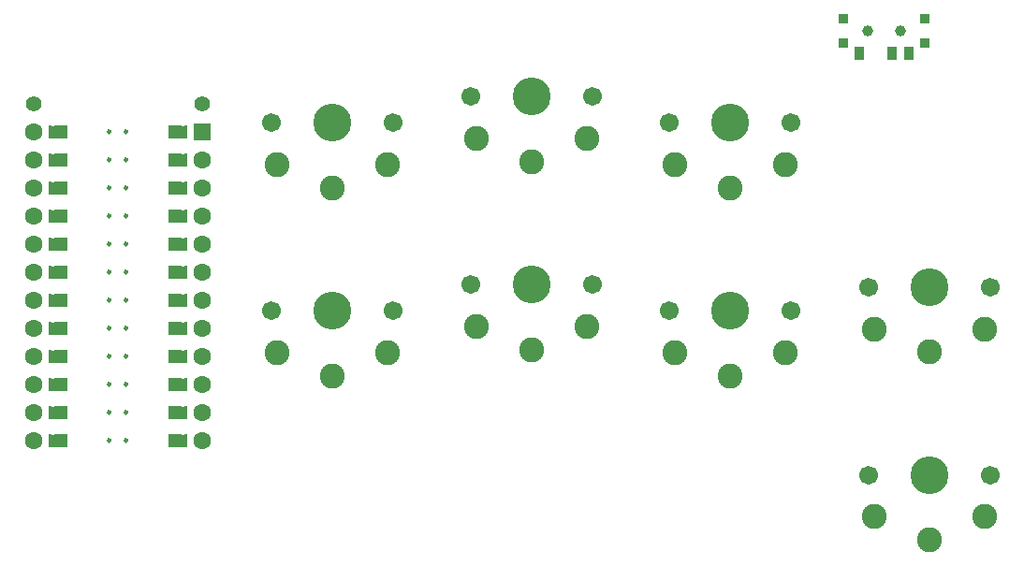
<source format=gbs>
%TF.GenerationSoftware,KiCad,Pcbnew,(6.0.10)*%
%TF.CreationDate,2023-01-30T19:57:54-06:00*%
%TF.ProjectId,mypaintbrush_aggressive,6d797061-696e-4746-9272-7573685f6167,rev?*%
%TF.SameCoordinates,Original*%
%TF.FileFunction,Soldermask,Bot*%
%TF.FilePolarity,Negative*%
%FSLAX46Y46*%
G04 Gerber Fmt 4.6, Leading zero omitted, Abs format (unit mm)*
G04 Created by KiCad (PCBNEW (6.0.10)) date 2023-01-30 19:57:54*
%MOMM*%
%LPD*%
G01*
G04 APERTURE LIST*
G04 Aperture macros list*
%AMFreePoly0*
4,1,6,0.600000,0.200000,0.000000,-0.400000,-0.600000,0.200000,-0.600000,0.400000,0.600000,0.400000,0.600000,0.200000,0.600000,0.200000,$1*%
%AMFreePoly1*
4,1,6,0.600000,-0.250000,-0.600000,-0.250000,-0.600000,1.000000,0.000000,0.400000,0.600000,1.000000,0.600000,-0.250000,0.600000,-0.250000,$1*%
G04 Aperture macros list end*
%ADD10C,0.250000*%
%ADD11C,0.100000*%
%ADD12C,3.429000*%
%ADD13C,1.701800*%
%ADD14C,2.262000*%
%ADD15C,1.600000*%
%ADD16FreePoly0,270.000000*%
%ADD17FreePoly0,90.000000*%
%ADD18R,1.600000X1.600000*%
%ADD19FreePoly1,270.000000*%
%ADD20FreePoly1,90.000000*%
%ADD21C,1.397000*%
%ADD22C,1.000000*%
%ADD23R,0.900000X0.900000*%
%ADD24R,0.900000X1.250000*%
G04 APERTURE END LIST*
D10*
%TO.C,U1*%
X87288737Y-49949424D02*
G75*
G03*
X87288737Y-49949424I-125000J0D01*
G01*
X85764737Y-55029424D02*
G75*
G03*
X85764737Y-55029424I-125000J0D01*
G01*
X87288737Y-32169424D02*
G75*
G03*
X87288737Y-32169424I-125000J0D01*
G01*
X87288737Y-55029424D02*
G75*
G03*
X87288737Y-55029424I-125000J0D01*
G01*
X85764737Y-34709424D02*
G75*
G03*
X85764737Y-34709424I-125000J0D01*
G01*
X87288737Y-29629424D02*
G75*
G03*
X87288737Y-29629424I-125000J0D01*
G01*
X87288737Y-42329424D02*
G75*
G03*
X87288737Y-42329424I-125000J0D01*
G01*
X87288737Y-34709424D02*
G75*
G03*
X87288737Y-34709424I-125000J0D01*
G01*
X85764737Y-52489424D02*
G75*
G03*
X85764737Y-52489424I-125000J0D01*
G01*
X85764737Y-42329424D02*
G75*
G03*
X85764737Y-42329424I-125000J0D01*
G01*
X85764737Y-47409424D02*
G75*
G03*
X85764737Y-47409424I-125000J0D01*
G01*
X87288737Y-37249424D02*
G75*
G03*
X87288737Y-37249424I-125000J0D01*
G01*
X87288737Y-44869424D02*
G75*
G03*
X87288737Y-44869424I-125000J0D01*
G01*
X87288737Y-57569424D02*
G75*
G03*
X87288737Y-57569424I-125000J0D01*
G01*
X85764737Y-32169424D02*
G75*
G03*
X85764737Y-32169424I-125000J0D01*
G01*
X85764737Y-37249424D02*
G75*
G03*
X85764737Y-37249424I-125000J0D01*
G01*
X85764737Y-44869424D02*
G75*
G03*
X85764737Y-44869424I-125000J0D01*
G01*
X85764737Y-39789424D02*
G75*
G03*
X85764737Y-39789424I-125000J0D01*
G01*
X85764737Y-49949424D02*
G75*
G03*
X85764737Y-49949424I-125000J0D01*
G01*
X85764737Y-57569424D02*
G75*
G03*
X85764737Y-57569424I-125000J0D01*
G01*
X85764737Y-29629424D02*
G75*
G03*
X85764737Y-29629424I-125000J0D01*
G01*
X87288737Y-39789424D02*
G75*
G03*
X87288737Y-39789424I-125000J0D01*
G01*
X87288737Y-47409424D02*
G75*
G03*
X87288737Y-47409424I-125000J0D01*
G01*
X87288737Y-52489424D02*
G75*
G03*
X87288737Y-52489424I-125000J0D01*
G01*
G36*
X92497737Y-37757424D02*
G01*
X91481737Y-37757424D01*
X91481737Y-36741424D01*
X92497737Y-36741424D01*
X92497737Y-37757424D01*
G37*
D11*
X92497737Y-37757424D02*
X91481737Y-37757424D01*
X91481737Y-36741424D01*
X92497737Y-36741424D01*
X92497737Y-37757424D01*
G36*
X81321737Y-30137424D02*
G01*
X80305737Y-30137424D01*
X80305737Y-29121424D01*
X81321737Y-29121424D01*
X81321737Y-30137424D01*
G37*
X81321737Y-30137424D02*
X80305737Y-30137424D01*
X80305737Y-29121424D01*
X81321737Y-29121424D01*
X81321737Y-30137424D01*
G36*
X81321737Y-32677424D02*
G01*
X80305737Y-32677424D01*
X80305737Y-31661424D01*
X81321737Y-31661424D01*
X81321737Y-32677424D01*
G37*
X81321737Y-32677424D02*
X80305737Y-32677424D01*
X80305737Y-31661424D01*
X81321737Y-31661424D01*
X81321737Y-32677424D01*
G36*
X92497737Y-35217424D02*
G01*
X91481737Y-35217424D01*
X91481737Y-34201424D01*
X92497737Y-34201424D01*
X92497737Y-35217424D01*
G37*
X92497737Y-35217424D02*
X91481737Y-35217424D01*
X91481737Y-34201424D01*
X92497737Y-34201424D01*
X92497737Y-35217424D01*
G36*
X81321737Y-37757424D02*
G01*
X80305737Y-37757424D01*
X80305737Y-36741424D01*
X81321737Y-36741424D01*
X81321737Y-37757424D01*
G37*
X81321737Y-37757424D02*
X80305737Y-37757424D01*
X80305737Y-36741424D01*
X81321737Y-36741424D01*
X81321737Y-37757424D01*
G36*
X81321737Y-58077424D02*
G01*
X80305737Y-58077424D01*
X80305737Y-57061424D01*
X81321737Y-57061424D01*
X81321737Y-58077424D01*
G37*
X81321737Y-58077424D02*
X80305737Y-58077424D01*
X80305737Y-57061424D01*
X81321737Y-57061424D01*
X81321737Y-58077424D01*
G36*
X92497737Y-40297424D02*
G01*
X91481737Y-40297424D01*
X91481737Y-39281424D01*
X92497737Y-39281424D01*
X92497737Y-40297424D01*
G37*
X92497737Y-40297424D02*
X91481737Y-40297424D01*
X91481737Y-39281424D01*
X92497737Y-39281424D01*
X92497737Y-40297424D01*
G36*
X92497737Y-50457424D02*
G01*
X91481737Y-50457424D01*
X91481737Y-49441424D01*
X92497737Y-49441424D01*
X92497737Y-50457424D01*
G37*
X92497737Y-50457424D02*
X91481737Y-50457424D01*
X91481737Y-49441424D01*
X92497737Y-49441424D01*
X92497737Y-50457424D01*
G36*
X92497737Y-58077424D02*
G01*
X91481737Y-58077424D01*
X91481737Y-57061424D01*
X92497737Y-57061424D01*
X92497737Y-58077424D01*
G37*
X92497737Y-58077424D02*
X91481737Y-58077424D01*
X91481737Y-57061424D01*
X92497737Y-57061424D01*
X92497737Y-58077424D01*
G36*
X81321737Y-50457424D02*
G01*
X80305737Y-50457424D01*
X80305737Y-49441424D01*
X81321737Y-49441424D01*
X81321737Y-50457424D01*
G37*
X81321737Y-50457424D02*
X80305737Y-50457424D01*
X80305737Y-49441424D01*
X81321737Y-49441424D01*
X81321737Y-50457424D01*
G36*
X92497737Y-47917424D02*
G01*
X91481737Y-47917424D01*
X91481737Y-46901424D01*
X92497737Y-46901424D01*
X92497737Y-47917424D01*
G37*
X92497737Y-47917424D02*
X91481737Y-47917424D01*
X91481737Y-46901424D01*
X92497737Y-46901424D01*
X92497737Y-47917424D01*
G36*
X81321737Y-35217424D02*
G01*
X80305737Y-35217424D01*
X80305737Y-34201424D01*
X81321737Y-34201424D01*
X81321737Y-35217424D01*
G37*
X81321737Y-35217424D02*
X80305737Y-35217424D01*
X80305737Y-34201424D01*
X81321737Y-34201424D01*
X81321737Y-35217424D01*
G36*
X81321737Y-52997424D02*
G01*
X80305737Y-52997424D01*
X80305737Y-51981424D01*
X81321737Y-51981424D01*
X81321737Y-52997424D01*
G37*
X81321737Y-52997424D02*
X80305737Y-52997424D01*
X80305737Y-51981424D01*
X81321737Y-51981424D01*
X81321737Y-52997424D01*
G36*
X81321737Y-47917424D02*
G01*
X80305737Y-47917424D01*
X80305737Y-46901424D01*
X81321737Y-46901424D01*
X81321737Y-47917424D01*
G37*
X81321737Y-47917424D02*
X80305737Y-47917424D01*
X80305737Y-46901424D01*
X81321737Y-46901424D01*
X81321737Y-47917424D01*
G36*
X92497737Y-30137424D02*
G01*
X91481737Y-30137424D01*
X91481737Y-29121424D01*
X92497737Y-29121424D01*
X92497737Y-30137424D01*
G37*
X92497737Y-30137424D02*
X91481737Y-30137424D01*
X91481737Y-29121424D01*
X92497737Y-29121424D01*
X92497737Y-30137424D01*
G36*
X81321737Y-55537424D02*
G01*
X80305737Y-55537424D01*
X80305737Y-54521424D01*
X81321737Y-54521424D01*
X81321737Y-55537424D01*
G37*
X81321737Y-55537424D02*
X80305737Y-55537424D01*
X80305737Y-54521424D01*
X81321737Y-54521424D01*
X81321737Y-55537424D01*
G36*
X81321737Y-45377424D02*
G01*
X80305737Y-45377424D01*
X80305737Y-44361424D01*
X81321737Y-44361424D01*
X81321737Y-45377424D01*
G37*
X81321737Y-45377424D02*
X80305737Y-45377424D01*
X80305737Y-44361424D01*
X81321737Y-44361424D01*
X81321737Y-45377424D01*
G36*
X92497737Y-45377424D02*
G01*
X91481737Y-45377424D01*
X91481737Y-44361424D01*
X92497737Y-44361424D01*
X92497737Y-45377424D01*
G37*
X92497737Y-45377424D02*
X91481737Y-45377424D01*
X91481737Y-44361424D01*
X92497737Y-44361424D01*
X92497737Y-45377424D01*
G36*
X92497737Y-55537424D02*
G01*
X91481737Y-55537424D01*
X91481737Y-54521424D01*
X92497737Y-54521424D01*
X92497737Y-55537424D01*
G37*
X92497737Y-55537424D02*
X91481737Y-55537424D01*
X91481737Y-54521424D01*
X92497737Y-54521424D01*
X92497737Y-55537424D01*
G36*
X81321737Y-40297424D02*
G01*
X80305737Y-40297424D01*
X80305737Y-39281424D01*
X81321737Y-39281424D01*
X81321737Y-40297424D01*
G37*
X81321737Y-40297424D02*
X80305737Y-40297424D01*
X80305737Y-39281424D01*
X81321737Y-39281424D01*
X81321737Y-40297424D01*
G36*
X92497737Y-42837424D02*
G01*
X91481737Y-42837424D01*
X91481737Y-41821424D01*
X92497737Y-41821424D01*
X92497737Y-42837424D01*
G37*
X92497737Y-42837424D02*
X91481737Y-42837424D01*
X91481737Y-41821424D01*
X92497737Y-41821424D01*
X92497737Y-42837424D01*
G36*
X92497737Y-32677424D02*
G01*
X91481737Y-32677424D01*
X91481737Y-31661424D01*
X92497737Y-31661424D01*
X92497737Y-32677424D01*
G37*
X92497737Y-32677424D02*
X91481737Y-32677424D01*
X91481737Y-31661424D01*
X92497737Y-31661424D01*
X92497737Y-32677424D01*
G36*
X92497737Y-52997424D02*
G01*
X91481737Y-52997424D01*
X91481737Y-51981424D01*
X92497737Y-51981424D01*
X92497737Y-52997424D01*
G37*
X92497737Y-52997424D02*
X91481737Y-52997424D01*
X91481737Y-51981424D01*
X92497737Y-51981424D01*
X92497737Y-52997424D01*
G36*
X81321737Y-42837424D02*
G01*
X80305737Y-42837424D01*
X80305737Y-41821424D01*
X81321737Y-41821424D01*
X81321737Y-42837424D01*
G37*
X81321737Y-42837424D02*
X80305737Y-42837424D01*
X80305737Y-41821424D01*
X81321737Y-41821424D01*
X81321737Y-42837424D01*
%TD*%
D12*
%TO.C,KEY2*%
X123851736Y-26469424D03*
D13*
X129351736Y-26469424D03*
X118351736Y-26469424D03*
D14*
X123851736Y-32369424D03*
X118851736Y-30269424D03*
X128851736Y-30269424D03*
%TD*%
D13*
%TO.C,KEY3*%
X147351738Y-28849426D03*
D12*
X141851738Y-28849426D03*
D13*
X136351738Y-28849426D03*
D14*
X141851738Y-34749426D03*
X146851738Y-32649426D03*
X136851738Y-32649426D03*
%TD*%
D13*
%TO.C,KEY4*%
X154351734Y-43699425D03*
X165351734Y-43699425D03*
D12*
X159851734Y-43699425D03*
D14*
X159851734Y-49599425D03*
X164851734Y-47499425D03*
X154851734Y-47499425D03*
%TD*%
D13*
%TO.C,KEY6*%
X118351738Y-43469424D03*
X129351738Y-43469424D03*
D12*
X123851738Y-43469424D03*
D14*
X123851738Y-49369424D03*
X128851738Y-47269424D03*
X118851738Y-47269424D03*
%TD*%
D13*
%TO.C,KEY7*%
X147351738Y-45849426D03*
X136351738Y-45849426D03*
D12*
X141851738Y-45849426D03*
D14*
X141851738Y-51749426D03*
X146851738Y-49649426D03*
X136851738Y-49649426D03*
%TD*%
D13*
%TO.C,KEY8*%
X165351736Y-60699424D03*
D12*
X159851736Y-60699424D03*
D13*
X154351736Y-60699424D03*
D14*
X159851736Y-66599424D03*
X164851736Y-64499424D03*
X154851736Y-64499424D03*
%TD*%
D13*
%TO.C,KEY1*%
X100351736Y-28849424D03*
X111351736Y-28849424D03*
D12*
X105851736Y-28849424D03*
D14*
X105851736Y-34749424D03*
X110851736Y-32649424D03*
X100851736Y-32649424D03*
%TD*%
D13*
%TO.C,KEY5*%
X100351735Y-45849424D03*
D12*
X105851735Y-45849424D03*
D13*
X111351735Y-45849424D03*
D14*
X105851735Y-51749424D03*
X110851735Y-49649424D03*
X100851735Y-49649424D03*
%TD*%
D15*
%TO.C,U1*%
X78781737Y-52489424D03*
D16*
X92243737Y-29629424D03*
D15*
X94021737Y-34709424D03*
D16*
X92243737Y-34709424D03*
D15*
X94021737Y-52489424D03*
X94021737Y-29629424D03*
D17*
X80559737Y-57569424D03*
D16*
X92243737Y-47409424D03*
D15*
X94021737Y-37249424D03*
D17*
X80559737Y-39789424D03*
D15*
X94021737Y-44869424D03*
D17*
X80559737Y-37249424D03*
X80559737Y-49949424D03*
D16*
X92243737Y-32169424D03*
D18*
X94021737Y-29629424D03*
D15*
X78781737Y-55029424D03*
D17*
X80559737Y-44869424D03*
D16*
X92243737Y-42329424D03*
D15*
X78781737Y-39789424D03*
D16*
X92243737Y-39789424D03*
D15*
X78781737Y-57569424D03*
X78781737Y-32169424D03*
X78781737Y-37249424D03*
X94021737Y-49949424D03*
D17*
X80559737Y-42329424D03*
D15*
X94021737Y-39789424D03*
X78781737Y-29629424D03*
X78781737Y-42329424D03*
D17*
X80559737Y-32169424D03*
X80559737Y-34709424D03*
D16*
X92243737Y-37249424D03*
X92243737Y-52489424D03*
D17*
X80559737Y-29629424D03*
D15*
X78781737Y-44869424D03*
D16*
X92243737Y-44869424D03*
X92243737Y-57569424D03*
D15*
X94021737Y-47409424D03*
D16*
X92243737Y-55029424D03*
D15*
X78781737Y-47409424D03*
X94021737Y-55029424D03*
X78781737Y-49949424D03*
X94021737Y-32169424D03*
X78781737Y-34709424D03*
X94021737Y-42329424D03*
D17*
X80559737Y-52489424D03*
D15*
X94021737Y-57569424D03*
D17*
X80559737Y-55029424D03*
D16*
X92243737Y-49949424D03*
D17*
X80559737Y-47409424D03*
D19*
X91227737Y-29629424D03*
X91227737Y-32169424D03*
X91227737Y-34709424D03*
X91227737Y-37249424D03*
X91227737Y-39789424D03*
X91227737Y-42329424D03*
X91227737Y-44869424D03*
X91227737Y-47409424D03*
X91227737Y-49949424D03*
X91227737Y-52489424D03*
X91227737Y-55029424D03*
X91227737Y-57569424D03*
D20*
X81575737Y-57569424D03*
X81575737Y-55029424D03*
X81575737Y-52489424D03*
X81575737Y-49949424D03*
X81575737Y-47409424D03*
X81575737Y-44869424D03*
X81575737Y-42329424D03*
X81575737Y-39789424D03*
X81575737Y-37249424D03*
X81575737Y-34709424D03*
X81575737Y-32169424D03*
X81575737Y-29629424D03*
%TD*%
D21*
%TO.C,Bat+1*%
X94021737Y-27129424D03*
%TD*%
%TO.C,BatGND1*%
X78781737Y-27129424D03*
%TD*%
D22*
%TO.C,SW_POWER1*%
X157251736Y-20511924D03*
X154251736Y-20511924D03*
D23*
X159451736Y-19411924D03*
X152051736Y-19411924D03*
X152051736Y-21611924D03*
X159451736Y-21611924D03*
D24*
X153501736Y-22586924D03*
X156501736Y-22586923D03*
X158001736Y-22586924D03*
%TD*%
M02*

</source>
